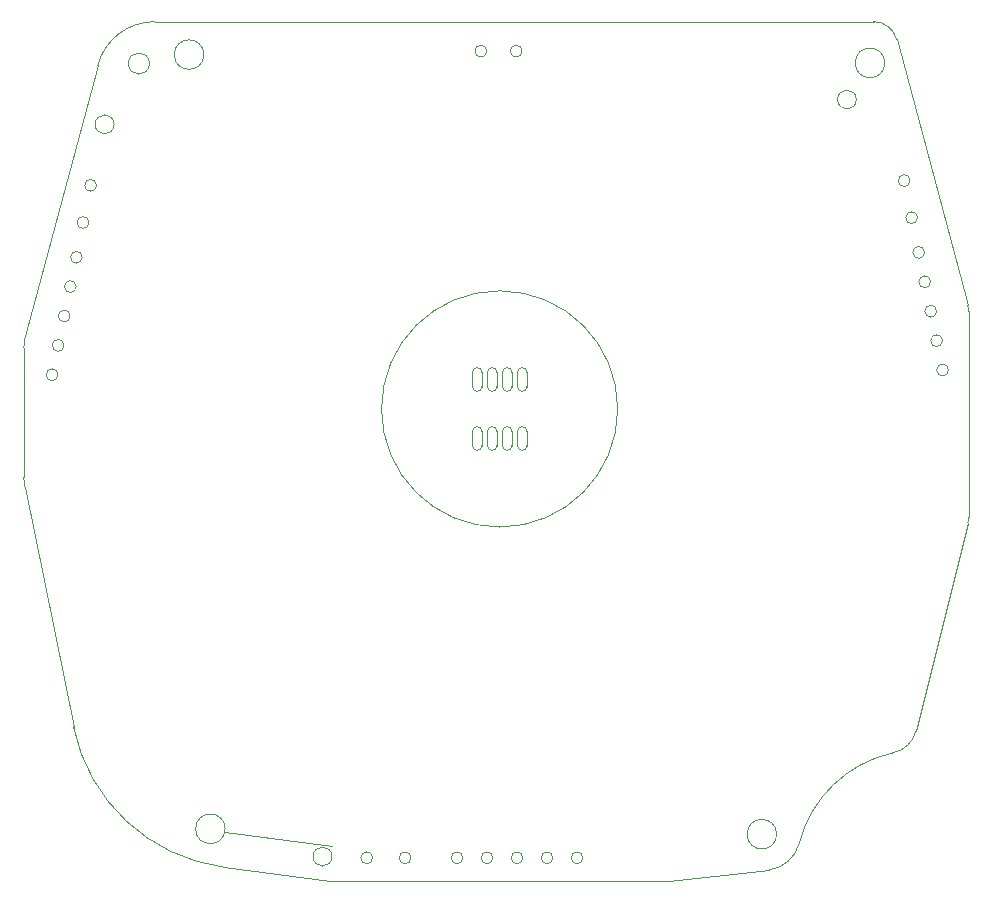
<source format=gm1>
G04*
G04 #@! TF.GenerationSoftware,Altium Limited,Altium Designer,23.1.1 (15)*
G04*
G04 Layer_Color=16711935*
%FSLAX44Y44*%
%MOMM*%
G71*
G04*
G04 #@! TF.SameCoordinates,28EF7496-F0B6-4D50-8161-789283B5FA1D*
G04*
G04*
G04 #@! TF.FilePolarity,Positive*
G04*
G01*
G75*
%ADD10C,0.1000*%
%ADD130C,0.0127*%
D10*
X513594Y378273D02*
G03*
X513594Y378273I-100000J0D01*
G01*
D130*
X402644Y681223D02*
G03*
X402644Y681223I-5000J0D01*
G01*
X12007Y440309D02*
G03*
X10644Y429956I38637J-10353D01*
G01*
X121624Y706223D02*
G03*
X73328Y669163I0J-50000D01*
G01*
X749616Y691399D02*
G03*
X730297Y706223I-19318J-5176D01*
G01*
X810644Y461006D02*
G03*
X809962Y466183I-20000J0D01*
G01*
X810050Y281840D02*
G03*
X810644Y286678I-19406J4838D01*
G01*
X747124Y87222D02*
G03*
X766111Y105613I-5270J24438D01*
G01*
X747124Y87222D02*
G03*
X667144Y10335I22255J-103193D01*
G01*
X641486Y-11997D02*
G03*
X667144Y10335I-3396J29807D01*
G01*
X554508Y-21778D02*
G03*
X556772Y-21649I0J20000D01*
G01*
X270344Y-21607D02*
G03*
X272955Y-21778I2610J19829D01*
G01*
X52823Y109068D02*
G03*
X180233Y-9743I146989J29905D01*
G01*
X10644Y320414D02*
G03*
X11447Y312439I40000J0D01*
G01*
X715644Y640222D02*
G03*
X715644Y640222I-8000J0D01*
G01*
X761027Y571538D02*
G03*
X761027Y571538I-5000J0D01*
G01*
X767407Y540181D02*
G03*
X767407Y540181I-5000J0D01*
G01*
X739644Y671223D02*
G03*
X739644Y671223I-12500J0D01*
G01*
X87144Y619222D02*
G03*
X87144Y619222I-8000J0D01*
G01*
X648144Y18223D02*
G03*
X648144Y18223I-12500J0D01*
G01*
X65880Y536178D02*
G03*
X65880Y536178I-5000J0D01*
G01*
X55096Y481839D02*
G03*
X55096Y481839I-5000J0D01*
G01*
X44795Y432095D02*
G03*
X44795Y432095I-5000J0D01*
G01*
X271644Y-777D02*
G03*
X271644Y-777I-8000J0D01*
G01*
X436644Y359222D02*
G03*
X428644Y359222I-4000J0D01*
G01*
Y347223D02*
G03*
X436644Y347223I4000J0D01*
G01*
X398544Y359222D02*
G03*
X390544Y359222I-4000J0D01*
G01*
Y347223D02*
G03*
X398544Y347223I4000J0D01*
G01*
X411244Y359222D02*
G03*
X403244Y359222I-4000J0D01*
G01*
Y347223D02*
G03*
X411244Y347223I4000J0D01*
G01*
X423944Y359222D02*
G03*
X415944Y359222I-4000J0D01*
G01*
Y347223D02*
G03*
X423944Y347223I4000J0D01*
G01*
X398544Y409222D02*
G03*
X390544Y409222I-4000J0D01*
G01*
Y397223D02*
G03*
X398544Y397223I4000J0D01*
G01*
X411244Y409222D02*
G03*
X403244Y409222I-4000J0D01*
G01*
Y397223D02*
G03*
X411244Y397223I4000J0D01*
G01*
X423944Y409222D02*
G03*
X415944Y409222I-4000J0D01*
G01*
Y397223D02*
G03*
X423944Y397223I4000J0D01*
G01*
X767407Y540181D02*
G03*
X767407Y540181I-5000J0D01*
G01*
X778452Y485893D02*
G03*
X778452Y485893I-5000J0D01*
G01*
X788580Y436113D02*
G03*
X788580Y436113I-5000J0D01*
G01*
X306044Y-1778D02*
G03*
X306044Y-1778I-5000J0D01*
G01*
X382544D02*
G03*
X382544Y-1778I-5000J0D01*
G01*
X433344D02*
G03*
X433344Y-1778I-5000J0D01*
G01*
X484144D02*
G03*
X484144Y-1778I-5000J0D01*
G01*
X458744D02*
G03*
X458744Y-1778I-5000J0D01*
G01*
X407944D02*
G03*
X407944Y-1778I-5000J0D01*
G01*
X338544D02*
G03*
X338544Y-1778I-5000J0D01*
G01*
X793644Y411222D02*
G03*
X793644Y411222I-5000J0D01*
G01*
X783516Y461003D02*
G03*
X783516Y461003I-5000J0D01*
G01*
X773388Y510783D02*
G03*
X773388Y510783I-5000J0D01*
G01*
X436644Y409222D02*
G03*
X428644Y409222I-4000J0D01*
G01*
Y397223D02*
G03*
X436644Y397223I4000J0D01*
G01*
X181144Y22722D02*
G03*
X181144Y22722I-12500J0D01*
G01*
X39644Y407223D02*
G03*
X39644Y407223I-5000J0D01*
G01*
X49945Y456967D02*
G03*
X49945Y456967I-5000J0D01*
G01*
X60247Y506712D02*
G03*
X60247Y506712I-5000J0D01*
G01*
X72260Y567536D02*
G03*
X72260Y567536I-5000J0D01*
G01*
X432644Y681223D02*
G03*
X432644Y681223I-5000J0D01*
G01*
X163144Y678223D02*
G03*
X163144Y678223I-12500J0D01*
G01*
X117144Y670723D02*
G03*
X117144Y670723I-9000J0D01*
G01*
X180233Y-9743D02*
X270344Y-21607D01*
X12007Y440309D02*
X73328Y669163D01*
X121624Y706223D02*
X730297D01*
X749616Y691399D02*
X809962Y466183D01*
X810644Y286678D02*
Y461006D01*
X766111Y105612D02*
X810050Y281840D01*
X556772Y-21649D02*
X641486Y-11997D01*
X272955Y-21778D02*
X554508D01*
X11447Y312439D02*
X52823Y109068D01*
X10644Y320414D02*
Y429956D01*
X436644Y347223D02*
Y359222D01*
X428644Y347223D02*
Y359222D01*
X398544Y347223D02*
Y359222D01*
X390544Y347223D02*
Y359222D01*
X411244Y347223D02*
Y359222D01*
X403244Y347223D02*
Y359222D01*
X423944Y347223D02*
Y359222D01*
X415944Y347223D02*
Y359222D01*
X398544Y397223D02*
Y409222D01*
X390544Y397223D02*
Y409222D01*
X411244Y397223D02*
Y409222D01*
X403244Y397223D02*
Y409222D01*
X423944Y397223D02*
Y409222D01*
X415944Y397223D02*
Y409222D01*
X181233Y20257D02*
X271344Y8394D01*
X436644Y397223D02*
Y409222D01*
X428644Y397223D02*
Y409222D01*
M02*

</source>
